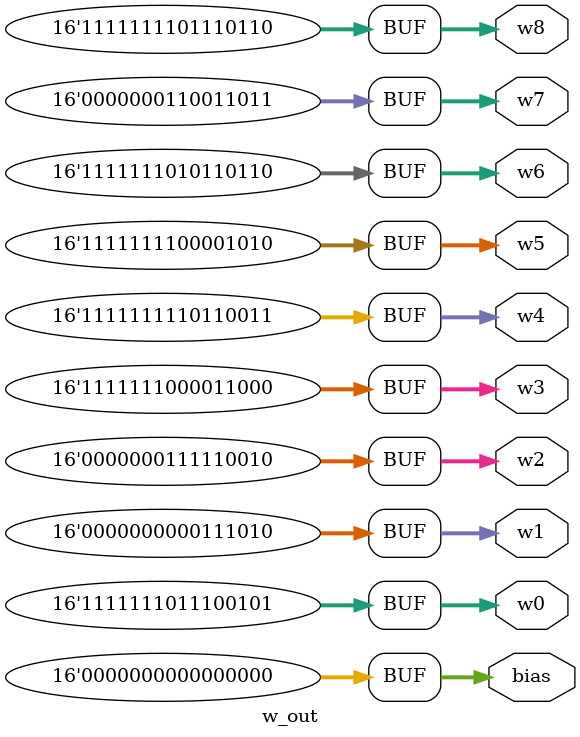
<source format=v>
module w_out #(parameter DATA_WIDTH=16)(
output wire signed [DATA_WIDTH-1:0] w0, output wire signed [DATA_WIDTH-1:0] w1, output wire signed [DATA_WIDTH-1:0] w2, output wire signed [DATA_WIDTH-1:0] w3, output wire signed [DATA_WIDTH-1:0] w4, output wire signed [DATA_WIDTH-1:0] w5, output wire signed [DATA_WIDTH-1:0] w6, output wire signed [DATA_WIDTH-1:0] w7, output wire signed [DATA_WIDTH-1:0] w8, output wire signed [DATA_WIDTH-1:0] bias);
assign w0 = 16'hfee5;
assign w1 = 16'h003a;
assign w2 = 16'h01f2;
assign w3 = 16'hfe18;
assign w4 = 16'hffb3;
assign w5 = 16'hff0a;
assign w6 = 16'hfeb6;
assign w7 = 16'h019b;
assign w8 = 16'hff76;
assign bias = 16'h0000;
endmodule

</source>
